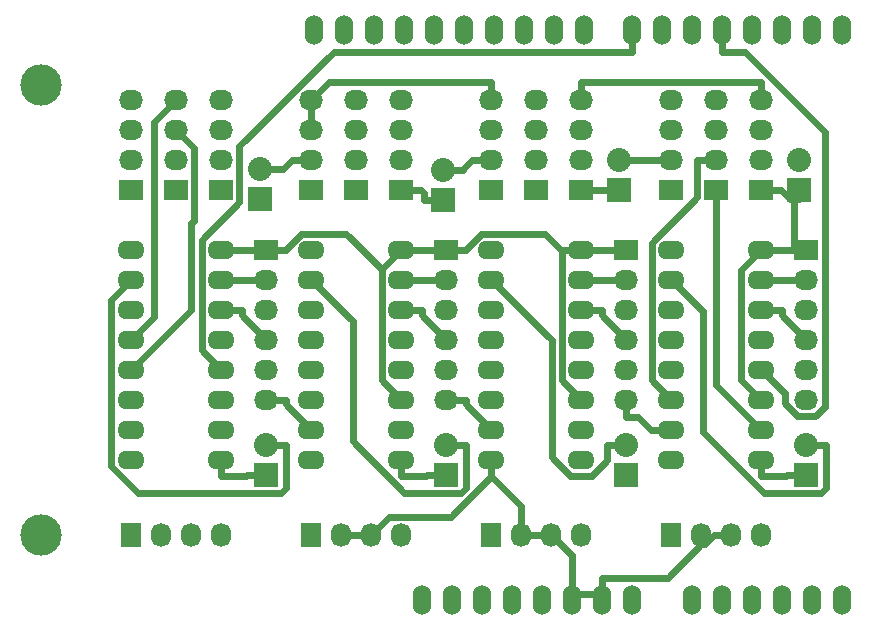
<source format=gbr>
G04 #@! TF.FileFunction,Copper,L1,Top,Signal*
%FSLAX46Y46*%
G04 Gerber Fmt 4.6, Leading zero omitted, Abs format (unit mm)*
G04 Created by KiCad (PCBNEW 4.0.1-stable) date 2/3/2016 9:56:59 PM*
%MOMM*%
G01*
G04 APERTURE LIST*
%ADD10C,0.100000*%
%ADD11O,1.524000X2.540000*%
%ADD12R,2.032000X1.727200*%
%ADD13O,2.032000X1.727200*%
%ADD14R,1.727200X2.032000*%
%ADD15O,1.727200X2.032000*%
%ADD16R,2.032000X2.032000*%
%ADD17O,2.032000X2.032000*%
%ADD18O,2.300000X1.600000*%
%ADD19C,3.500000*%
%ADD20C,0.600000*%
G04 APERTURE END LIST*
D10*
D11*
X67760000Y-5534000D03*
X65220000Y-5534000D03*
X62680000Y-5534000D03*
X55060000Y-5534000D03*
X57600000Y-5534000D03*
X60140000Y-5534000D03*
X49980000Y-5534000D03*
X47440000Y-5534000D03*
X44900000Y-5534000D03*
X39820000Y-5534000D03*
X37280000Y-5534000D03*
X67760000Y42726000D03*
X65220000Y42726000D03*
X62680000Y42726000D03*
X60140000Y42726000D03*
X57600000Y42726000D03*
X55060000Y42726000D03*
X52520000Y42726000D03*
X49980000Y42726000D03*
X45916000Y42726000D03*
X43376000Y42726000D03*
X40836000Y42726000D03*
X38296000Y42726000D03*
X35756000Y42726000D03*
X33216000Y42726000D03*
X30676000Y42726000D03*
X28136000Y42726000D03*
X42360000Y-5534000D03*
X25596000Y42726000D03*
X23056000Y42726000D03*
X34740000Y-5534000D03*
X32200000Y-5534000D03*
D12*
X15240000Y29210000D03*
D13*
X15240000Y31750000D03*
X15240000Y34290000D03*
X15240000Y36830000D03*
D12*
X30480000Y29210000D03*
D13*
X30480000Y31750000D03*
X30480000Y34290000D03*
X30480000Y36830000D03*
D14*
X7620000Y0D03*
D15*
X10160000Y0D03*
X12700000Y0D03*
X15240000Y0D03*
D16*
X19050000Y5080000D03*
D17*
X19050000Y7620000D03*
D12*
X34290000Y24130000D03*
D13*
X34290000Y21590000D03*
X34290000Y19050000D03*
X34290000Y16510000D03*
X34290000Y13970000D03*
X34290000Y11430000D03*
D18*
X7620000Y24130000D03*
X7620000Y21590000D03*
X7620000Y19050000D03*
X7620000Y16510000D03*
X7620000Y13970000D03*
X7620000Y11430000D03*
X7620000Y8890000D03*
X7620000Y6350000D03*
X15240000Y6350000D03*
X15240000Y8890000D03*
X15240000Y11430000D03*
X15240000Y13970000D03*
X15240000Y16510000D03*
X15240000Y19050000D03*
X15240000Y21590000D03*
X15240000Y24130000D03*
X22860000Y24130000D03*
X22860000Y21590000D03*
X22860000Y19050000D03*
X22860000Y16510000D03*
X22860000Y13970000D03*
X22860000Y11430000D03*
X22860000Y8890000D03*
X22860000Y6350000D03*
X30480000Y6350000D03*
X30480000Y8890000D03*
X30480000Y11430000D03*
X30480000Y13970000D03*
X30480000Y16510000D03*
X30480000Y19050000D03*
X30480000Y21590000D03*
X30480000Y24130000D03*
X38100000Y24130000D03*
X38100000Y21590000D03*
X38100000Y19050000D03*
X38100000Y16510000D03*
X38100000Y13970000D03*
X38100000Y11430000D03*
X38100000Y8890000D03*
X38100000Y6350000D03*
X45720000Y6350000D03*
X45720000Y8890000D03*
X45720000Y11430000D03*
X45720000Y13970000D03*
X45720000Y16510000D03*
X45720000Y19050000D03*
X45720000Y21590000D03*
X45720000Y24130000D03*
X53340000Y24130000D03*
X53340000Y21590000D03*
X53340000Y19050000D03*
X53340000Y16510000D03*
X53340000Y13970000D03*
X53340000Y11430000D03*
X53340000Y8890000D03*
X53340000Y6350000D03*
X60960000Y6350000D03*
X60960000Y8890000D03*
X60960000Y11430000D03*
X60960000Y13970000D03*
X60960000Y16510000D03*
X60960000Y19050000D03*
X60960000Y21590000D03*
X60960000Y24130000D03*
D12*
X11430000Y29210000D03*
D13*
X11430000Y31750000D03*
X11430000Y34290000D03*
X11430000Y36830000D03*
D12*
X7620000Y29210000D03*
D13*
X7620000Y31750000D03*
X7620000Y34290000D03*
X7620000Y36830000D03*
D12*
X26670000Y29210000D03*
D13*
X26670000Y31750000D03*
X26670000Y34290000D03*
X26670000Y36830000D03*
D12*
X22860000Y29210000D03*
D13*
X22860000Y31750000D03*
X22860000Y34290000D03*
X22860000Y36830000D03*
D14*
X22860000Y0D03*
D15*
X25400000Y0D03*
X27940000Y0D03*
X30480000Y0D03*
D16*
X34290000Y5080000D03*
D17*
X34290000Y7620000D03*
D12*
X19050000Y24130000D03*
D13*
X19050000Y21590000D03*
X19050000Y19050000D03*
X19050000Y16510000D03*
X19050000Y13970000D03*
X19050000Y11430000D03*
D12*
X45720000Y29210000D03*
D13*
X45720000Y31750000D03*
X45720000Y34290000D03*
X45720000Y36830000D03*
D12*
X41910000Y29210000D03*
D13*
X41910000Y31750000D03*
X41910000Y34290000D03*
X41910000Y36830000D03*
D12*
X38100000Y29210000D03*
D13*
X38100000Y31750000D03*
X38100000Y34290000D03*
X38100000Y36830000D03*
D12*
X60960000Y29210000D03*
D13*
X60960000Y31750000D03*
X60960000Y34290000D03*
X60960000Y36830000D03*
D12*
X57150000Y29210000D03*
D13*
X57150000Y31750000D03*
X57150000Y34290000D03*
X57150000Y36830000D03*
D12*
X53340000Y29210000D03*
D13*
X53340000Y31750000D03*
X53340000Y34290000D03*
X53340000Y36830000D03*
D14*
X38100000Y0D03*
D15*
X40640000Y0D03*
X43180000Y0D03*
X45720000Y0D03*
D16*
X49530000Y5080000D03*
D17*
X49530000Y7620000D03*
D14*
X53340000Y0D03*
D15*
X55880000Y0D03*
X58420000Y0D03*
X60960000Y0D03*
D16*
X64770000Y5080000D03*
D17*
X64770000Y7620000D03*
D12*
X49530000Y24130000D03*
D13*
X49530000Y21590000D03*
X49530000Y19050000D03*
X49530000Y16510000D03*
X49530000Y13970000D03*
X49530000Y11430000D03*
D12*
X64770000Y24130000D03*
D13*
X64770000Y21590000D03*
X64770000Y19050000D03*
X64770000Y16510000D03*
X64770000Y13970000D03*
X64770000Y11430000D03*
D16*
X18542000Y28448000D03*
D17*
X18542000Y30988000D03*
D16*
X34036000Y28321000D03*
D17*
X34036000Y30861000D03*
D16*
X48895000Y29210000D03*
D17*
X48895000Y31750000D03*
D16*
X64135000Y29210000D03*
D17*
X64135000Y31750000D03*
D19*
X0Y38100000D03*
X0Y0D03*
D20*
X15240000Y24130000D02*
X19050000Y24130000D01*
X48895000Y29210000D02*
X45720000Y29210000D01*
X32096000Y29210000D02*
X30480000Y29210000D01*
X32420000Y28886000D02*
X32096000Y29210000D01*
X32420000Y28321000D02*
X32420000Y28886000D01*
X34036000Y28321000D02*
X32420000Y28321000D01*
X20666000Y24130000D02*
X19050000Y24130000D01*
X22019000Y25482700D02*
X20666000Y24130000D01*
X25818000Y25482700D02*
X22019000Y25482700D01*
X28826000Y22476000D02*
X25818000Y25482700D01*
X28826000Y13084000D02*
X28826000Y22476000D01*
X30480000Y11430000D02*
X28826000Y13084000D01*
X59270000Y22440000D02*
X60960000Y24130000D01*
X59270000Y13120000D02*
X59270000Y22440000D01*
X60960000Y11430000D02*
X59270000Y13120000D01*
X64135000Y28402000D02*
X63760000Y28402000D01*
X64135000Y29210000D02*
X64135000Y28402000D01*
X62576000Y29210000D02*
X60960000Y29210000D01*
X63384000Y28402000D02*
X62576000Y29210000D01*
X63760000Y28402000D02*
X63384000Y28402000D01*
X63760000Y28402000D02*
X63760000Y24130000D01*
X44051000Y13099000D02*
X45720000Y11430000D01*
X44051000Y24048900D02*
X44051000Y13099000D01*
X43970000Y24130000D02*
X44051000Y24048900D01*
X60960000Y38293600D02*
X60960000Y36830000D01*
X45720000Y38293600D02*
X60960000Y38293600D01*
X45720000Y36830000D02*
X45720000Y38293600D01*
X28826000Y22476000D02*
X30480000Y24130000D01*
X49530000Y24130000D02*
X45720000Y24130000D01*
X45720000Y24130000D02*
X43970000Y24130000D01*
X64770000Y24130000D02*
X63760000Y24130000D01*
X63760000Y24130000D02*
X60960000Y24130000D01*
X30480000Y24130000D02*
X34290000Y24130000D01*
X42656000Y25444200D02*
X43970000Y24130000D01*
X37220000Y25444200D02*
X42656000Y25444200D01*
X35906000Y24130000D02*
X37220000Y25444200D01*
X34290000Y24130000D02*
X35906000Y24130000D01*
X35906000Y11084000D02*
X38100000Y8890000D01*
X35906000Y11430000D02*
X35906000Y11084000D01*
X34290000Y11430000D02*
X35906000Y11430000D01*
X20666000Y11084000D02*
X22860000Y8890000D01*
X20666000Y11430000D02*
X20666000Y11084000D01*
X19050000Y11430000D02*
X20666000Y11430000D01*
X48895000Y31750000D02*
X53340000Y31750000D01*
X36484000Y31750000D02*
X38100000Y31750000D01*
X35652000Y30918000D02*
X36484000Y31750000D01*
X35652000Y30861000D02*
X35652000Y30918000D01*
X34036000Y30861000D02*
X35652000Y30861000D01*
X38100000Y6350000D02*
X38100000Y4950000D01*
X20482000Y30988000D02*
X18542000Y30988000D01*
X21244000Y31750000D02*
X20482000Y30988000D01*
X22860000Y31750000D02*
X21244000Y31750000D01*
X29456000Y1516000D02*
X27940000Y0D01*
X34666000Y1516000D02*
X29456000Y1516000D01*
X38100000Y4950000D02*
X34666000Y1516000D01*
X27940000Y0D02*
X25400000Y0D01*
X55880000Y0D02*
X55880000Y-808000D01*
X40640000Y2410000D02*
X38100000Y4950000D01*
X40640000Y0D02*
X40640000Y2410000D01*
X56956000Y0D02*
X58420000Y0D01*
X56148000Y-808000D02*
X56956000Y0D01*
X55880000Y-808000D02*
X56148000Y-808000D01*
X44900000Y-5066000D02*
X47440000Y-5066000D01*
X51590000Y8890000D02*
X53340000Y8890000D01*
X50514000Y9966000D02*
X51590000Y8890000D01*
X49530000Y9966000D02*
X50514000Y9966000D01*
X49530000Y11430000D02*
X49530000Y9966000D01*
X43180000Y0D02*
X40640000Y0D01*
X22860000Y34290000D02*
X22860000Y36830000D01*
X38100000Y38293600D02*
X38100000Y36830000D01*
X24324000Y38293600D02*
X38100000Y38293600D01*
X22860000Y36830000D02*
X24324000Y38293600D01*
X44900000Y-5534000D02*
X44900000Y-5066000D01*
X44900000Y-1720000D02*
X43180000Y0D01*
X44900000Y-5066000D02*
X44900000Y-1720000D01*
X47440000Y-5534000D02*
X47440000Y-5066000D01*
X53024000Y-3664000D02*
X55880000Y-808000D01*
X47440000Y-3664000D02*
X53024000Y-3664000D01*
X47440000Y-5066000D02*
X47440000Y-3664000D01*
X62919000Y12011000D02*
X60960000Y13970000D01*
X62919000Y11121000D02*
X62919000Y12011000D01*
X64014000Y10026000D02*
X62919000Y11121000D01*
X65531000Y10026000D02*
X64014000Y10026000D01*
X66301000Y10796000D02*
X65531000Y10026000D01*
X66301000Y34096800D02*
X66301000Y10796000D01*
X59542000Y40856000D02*
X66301000Y34096800D01*
X57600000Y40856000D02*
X59542000Y40856000D01*
X57600000Y42726000D02*
X57600000Y40856000D01*
X24736600Y40856000D02*
X49980000Y40856000D01*
X16756400Y32875800D02*
X24736600Y40856000D01*
X16756400Y28139200D02*
X16756400Y32875800D01*
X13565200Y24948000D02*
X16756400Y28139200D01*
X13565200Y15644800D02*
X13565200Y24948000D01*
X15240000Y13970000D02*
X13565200Y15644800D01*
X49980000Y42726000D02*
X49980000Y40856000D01*
X15240000Y4950000D02*
X15240000Y6350000D01*
X17304000Y4950000D02*
X15240000Y4950000D01*
X17434000Y5080000D02*
X17304000Y4950000D01*
X19050000Y5080000D02*
X17434000Y5080000D01*
X5920000Y19890000D02*
X7620000Y21590000D01*
X5920000Y5795000D02*
X5920000Y19890000D01*
X8175900Y3540000D02*
X5920000Y5795000D01*
X20264000Y3540000D02*
X8175900Y3540000D01*
X20666000Y3941000D02*
X20264000Y3540000D01*
X20666000Y7620000D02*
X20666000Y3941000D01*
X19050000Y7620000D02*
X20666000Y7620000D01*
X30480000Y4950000D02*
X30480000Y6350000D01*
X32544000Y4950000D02*
X30480000Y4950000D01*
X32674000Y5080000D02*
X32544000Y4950000D01*
X34290000Y5080000D02*
X32674000Y5080000D01*
X15240000Y21590000D02*
X19050000Y21590000D01*
X30480000Y21590000D02*
X34290000Y21590000D01*
X32230000Y18570000D02*
X34290000Y16510000D01*
X32230000Y19050000D02*
X32230000Y18570000D01*
X30480000Y19050000D02*
X32230000Y19050000D01*
X12703300Y19053000D02*
X7620000Y13970000D01*
X12703300Y26349900D02*
X12703300Y19053000D01*
X12949400Y26596000D02*
X12703300Y26349900D01*
X12949400Y32770600D02*
X12949400Y26596000D01*
X11430000Y34290000D02*
X12949400Y32770600D01*
X9525000Y34925000D02*
X11430000Y36830000D01*
X9525000Y18415000D02*
X9525000Y34925000D01*
X7620000Y16510000D02*
X9525000Y18415000D01*
X35906000Y7620000D02*
X34290000Y7620000D01*
X35906000Y3934000D02*
X35906000Y7620000D01*
X35530000Y3558000D02*
X35906000Y3934000D01*
X30734000Y3558000D02*
X35530000Y3558000D01*
X26338000Y7953000D02*
X30734000Y3558000D01*
X26338000Y18112000D02*
X26338000Y7953000D01*
X22860000Y21590000D02*
X26338000Y18112000D01*
X16990000Y18570000D02*
X19050000Y16510000D01*
X16990000Y19050000D02*
X16990000Y18570000D01*
X15240000Y19050000D02*
X16990000Y19050000D01*
X57150000Y12700000D02*
X60960000Y8890000D01*
X57150000Y29210000D02*
X57150000Y12700000D01*
X51685000Y13085000D02*
X53340000Y11430000D01*
X51685000Y24720800D02*
X51685000Y13085000D01*
X55534000Y28569800D02*
X51685000Y24720800D01*
X55534000Y31750000D02*
X55534000Y28569800D01*
X57150000Y31750000D02*
X55534000Y31750000D01*
X43232000Y16458000D02*
X38100000Y21590000D01*
X43232000Y6560000D02*
X43232000Y16458000D01*
X44788000Y5004000D02*
X43232000Y6560000D01*
X46626000Y5004000D02*
X44788000Y5004000D01*
X47914000Y6293000D02*
X46626000Y5004000D01*
X47914000Y7620000D02*
X47914000Y6293000D01*
X49530000Y7620000D02*
X47914000Y7620000D01*
X60960000Y4950000D02*
X60960000Y6350000D01*
X63024000Y4950000D02*
X60960000Y4950000D01*
X63154000Y5080000D02*
X63024000Y4950000D01*
X64770000Y5080000D02*
X63154000Y5080000D01*
X56032000Y18898000D02*
X53340000Y21590000D01*
X56032000Y8722000D02*
X56032000Y18898000D01*
X61195000Y3559000D02*
X56032000Y8722000D01*
X66008000Y3559000D02*
X61195000Y3559000D01*
X66386000Y3937000D02*
X66008000Y3559000D01*
X66386000Y7620000D02*
X66386000Y3937000D01*
X64770000Y7620000D02*
X66386000Y7620000D01*
X45720000Y21590000D02*
X49530000Y21590000D01*
X47470000Y18570000D02*
X49530000Y16510000D01*
X47470000Y19050000D02*
X47470000Y18570000D01*
X45720000Y19050000D02*
X47470000Y19050000D01*
X60960000Y21590000D02*
X64770000Y21590000D01*
X62710000Y18570000D02*
X64770000Y16510000D01*
X62710000Y19050000D02*
X62710000Y18570000D01*
X60960000Y19050000D02*
X62710000Y19050000D01*
M02*

</source>
